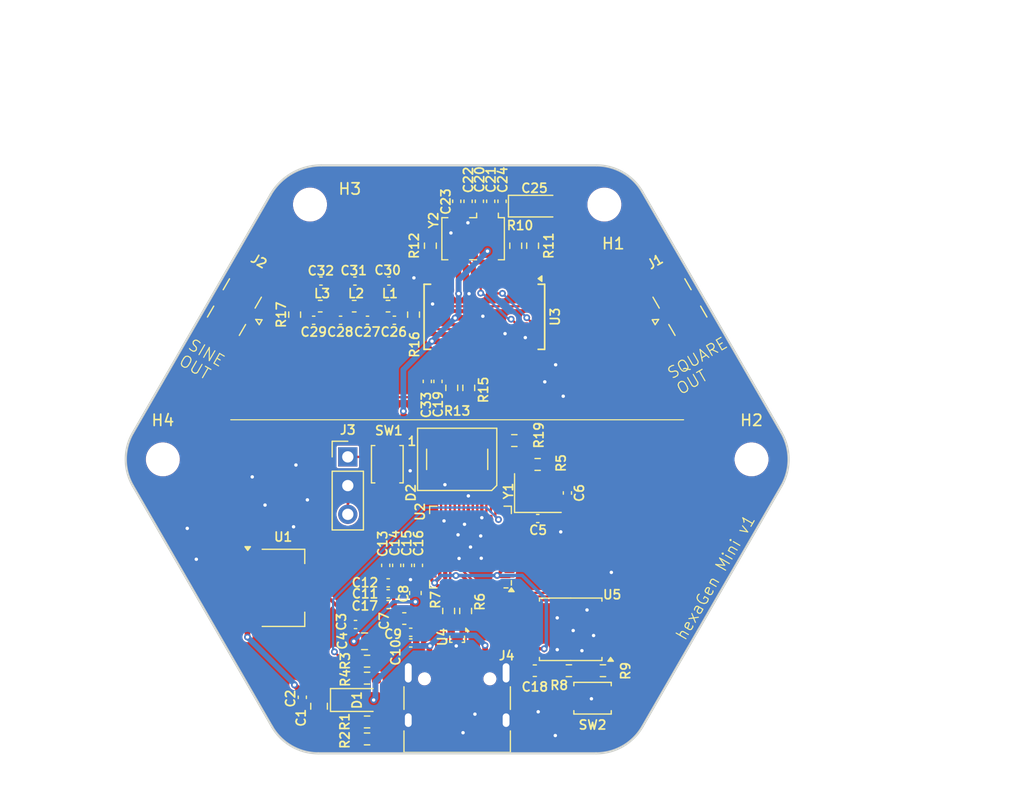
<source format=kicad_pcb>
(kicad_pcb (version 20241229) (generator "pcbnew") (generator_version "9.0")
  (layers (0 "F.Cu" signal) (2 "B.Cu" signal) (13 "F.Paste" user) (15 "B.Paste" user) (5 "F.SilkS" user "F.Silkscreen") (7 "B.SilkS" user "B.Silkscreen") (1 "F.Mask" user) (3 "B.Mask" user) (25 "Edge.Cuts" user))
  (net 0 "")
  (net 1 "+5V")
  (net 2 "GND")
  (net 3 "+3.3V")
  (net 4 "Net-(U2-XIN)")
  (net 5 "Net-(C6-Pad2)")
  (net 6 "+1V1")
  (net 7 "Net-(U3-VINN)")
  (net 8 "Net-(J2-In)")
  (net 9 "/DDS/DDS_IOUT")
  (net 10 "VBUS")
  (net 11 "/CONNECTOR/USB_DN")
  (net 12 "/CONNECTOR/USB_DP")
  (net 13 "Net-(U3-IOUTB)")
  (net 14 "/MCU/SWD")
  (net 15 "/MCU/SWCLK")
  (net 16 "/CONNECTOR/USB_VBUS_PIN")
  (net 17 "Net-(U2-XOUT)")
  (net 18 "Net-(U2-USB_DP)")
  (net 19 "Net-(U2-USB_DM)")
  (net 20 "/MCU/QSPI_SS")
  (net 21 "Net-(R9-Pad1)")
  (net 22 "/DDS/DDS_VINP")
  (net 23 "Net-(C27-Pad2)")
  (net 24 "Net-(U3-RSET)")
  (net 25 "/MCU/RGB_LED")
  (net 26 "Net-(U2-RUN)")
  (net 29 "/DDS/DDS_D7")
  (net 40 "/MCU/QSPI_SD3")
  (net 43 "/MCU/QSPI_SD1")
  (net 44 "/MCU/QSPI_SCLK")
  (net 46 "/MCU/QSPI_SD2")
  (net 48 "/DDS/DDS_FQ_UD")
  (net 52 "/DDS/DDS_W_CLK")
  (net 56 "/MCU/QSPI_SD0")
  (net 59 "/DDS/DDS_RESET")
  (net 61 "Net-(C28-Pad2)")
  (net 64 "/DDS/DDS_CLKIN")
  (net 71 "Net-(J4-CC1)")
  (net 72 "Net-(J4-CC2)")
  (net 74 "Net-(J1-In)")
  (net 75 "Net-(U3-D0)")
  (net 76 "Net-(U3-D1)")
  (net 78 "Net-(D2-DIN)")
  (footprint "Resistor_SMD:R_0603_1608Metric" (layer "F.Cu") (at 159.22 97.4 90)
    (property "Reference" "R7")
    (property "Value" "27")
  )
  (footprint "Capacitor_SMD:C_0603_1608Metric" (layer "F.Cu") (at 155.3 98.07)
    (property "Reference" "C7")
    (property "Value" "1uF")
  )
  (footprint "Capacitor_SMD:C_0402_1005Metric" (layer "F.Cu") (at 159.935 61.19 -90)
    (property "Reference" "C23")
    (property "Value" "0.1uF")
  )
  (footprint "Resistor_SMD:R_0603_1608Metric" (layer "F.Cu") (at 160.995 77.68 90)
    (property "Reference" "R15")
    (property "Value" "100")
  )
  (footprint "Capacitor_SMD:C_0402_1005Metric" (layer "F.Cu") (at 154.63 93.37 90)
    (property "Reference" "C14")
    (property "Value" "100nF")
  )
  (footprint "Resistor_SMD:R_0603_1608Metric" (layer "F.Cu") (at 172.85 102.68 180)
    (property "Reference" "R9")
    (property "Value" "1k")
  )
  (footprint "Button_Switch_SMD:SW_SPST_B3U-1000P" (layer "F.Cu") (at 171.93 105.11)
    (property "Reference" "SW2")
    (property "Value" "SW_Push")
  )
  (footprint "Capacitor_SMD:C_0402_1005Metric" (layer "F.Cu") (at 152.050833 71.705 180)
    (property "Reference" "C27")
    (property "Value" "33pF")
  )
  (footprint "Connector_PinHeader_2.54mm:PinHeader_1x03_P2.54mm_Vertical" (layer "F.Cu") (at 150.31 83.78)
    (property "Reference" "J3")
    (property "Value" "Conn_01x03_Pin")
  )
  (footprint "Capacitor_SMD:C_0805_2012Metric" (layer "F.Cu") (at 147.7725 105.82 -90)
    (property "Reference" "C1")
    (property "Value" "10uF")
  )
  (footprint "Capacitor_Tantalum_SMD:CP_EIA-3216-18_Kemet-A" (layer "F.Cu") (at 166.82 61.62)
    (property "Reference" "C25")
    (property "Value" "10uF Tantalum")
  )
  (footprint "Resistor_SMD:R_0603_1608Metric" (layer "F.Cu") (at 165.145 65.12 -90)
    (property "Reference" "R10")
    (property "Value" "1k")
  )
  (footprint "Resistor_SMD:R_0603_1608Metric" (layer "F.Cu") (at 145.6175 71.21 -90)
    (property "Reference" "R17")
    (property "Value" "200")
  )
  (footprint "MountingHole:MountingHole_2.5mm" (layer "F.Cu") (at 133.97254 84)
    (property "Reference" "H4")
    (property "Value" "MountingHole")
  )
  (footprint "Resistor_SMD:R_0603_1608Metric" (layer "F.Cu") (at 167.08 84.45 180)
    (property "Reference" "R5")
    (property "Value" "1k")
  )
  (footprint "Capacitor_SMD:C_0402_1005Metric" (layer "F.Cu") (at 167.09 89.23 180)
    (property "Reference" "C5")
    (property "Value" "27p")
  )
  (footprint "Button_Switch_SMD:SW_SPST_B3U-1000P" (layer "F.Cu") (at 153.8 84.43 -90)
    (property "Reference" "SW1")
    (property "Value" "SW_Push")
  )
  (footprint "Capacitor_SMD:C_0402_1005Metric" (layer "F.Cu") (at 163.935 61.19 -90)
    (property "Reference" "C24")
    (property "Value" "0.1uF")
  )
  (footprint "Resistor_SMD:R_0603_1608Metric" (layer "F.Cu") (at 166.635 65.12 -90)
    (property "Reference" "R11")
    (property "Value" "10k")
  )
  (footprint "MountingHole:MountingHole_2.5mm" (layer "F.Cu") (at 172.97254 61.48)
    (property "Reference" "H1")
    (property "Value" "MountingHole")
  )
  (footprint "LED_SMD:LED_WS2812B_PLCC4_5.0x5.0mm_P3.2mm" (layer "F.Cu") (at 159.97254 84)
    (property "Reference" "D2")
    (property "Value" "WS2812B")
  )
  (footprint "Connector_Coaxial:SMA_Samtec_SMA-J-P-H-ST-EM1_EdgeMount" (layer "F.Cu") (at 140.22254 70.5 150)
    (property "Reference" "J2")
    (property "Value" "Conn_Coaxial")
  )
  (footprint "MountingHole:MountingHole_2.5mm" (layer "F.Cu") (at 185.97254 84)
    (property "Reference" "H2")
    (property "Value" "MountingHole")
  )
  (footprint "Capacitor_SMD:C_0402_1005Metric" (layer "F.Cu") (at 162.935 61.19 -90)
    (property "Reference" "C21")
    (property "Value" "0.1uF")
  )
  (footprint "Resistor_SMD:R_0603_1608Metric" (layer "F.Cu") (at 169.84 102.68 180)
    (property "Reference" "R8")
    (property "Value" "10k")
  )
  (footprint "Capacitor_SMD:C_0805_2012Metric" (layer "F.Cu") (at 151.7925 100.08)
    (property "Reference" "C4")
    (property "Value" "10uF")
  )
  (footprint "Capacitor_SMD:C_0402_1005Metric" (layer "F.Cu") (at 153.94 68.24 180)
    (property "Reference" "C30")
    (property "Value" "1pF")
  )
  (footprint "Resistor_SMD:R_0603_1608Metric" (layer "F.Cu") (at 165.02 82.34 180)
    (property "Reference" "R19")
    (property "Value" "330")
  )
  (footprint "Capacitor_SMD:C_0402_1005Metric" (layer "F.Cu") (at 156.55 93.37 90)
    (property "Reference" "C16")
    (property "Value" "100nF")
  )
  (footprint "Package_SO:SOIC-8_5.3x5.3mm_P1.27mm" (layer "F.Cu") (at 170 99.02 180)
    (property "Reference" "U5")
    (property "Value" "W25Q128JVS")
  )
  (footprint "Resistor_SMD:R_0603_1608Metric" (layer "F.Cu") (at 152.0125 108.71)
    (property "Reference" "R2")
    (property "Value" "5.1k")
  )
  (footprint "Inductor_SMD:L_0603_1608Metric" (layer "F.Cu") (at 147.8775 70.46 180)
    (property "Reference" "L3")
    (property "Value" "390nH")
  )
  (footprint "Capacitor_SMD:C_0603_1608Metric" (layer "F.Cu") (at 156.28 95.815 90)
    (property "Reference" "C8")
    (property "Value" "1uF")
  )
  (footprint "Resistor_SMD:R_0603_1608Metric" (layer "F.Cu") (at 152.0125 107.21)
    (property "Reference" "R1")
    (property "Value" "5.1k")
  )
  (footprint "Capacitor_SMD:C_0402_1005Metric" (layer "F.Cu") (at 153.88 94.91 180)
    (property "Reference" "C12")
    (property "Value" "100nF")
  )
  (footprint "Capacitor_SMD:C_0402_1005Metric" (layer "F.Cu") (at 155.59 93.37 90)
    (property "Reference" "C15")
    (property "Value" "100nF")
  )
  (footprint "Capacitor_SMD:C_0402_1005Metric" (layer "F.Cu") (at 146.2925 105.03 -90)
    (property "Reference" "C2")
    (property "Value" "100nF")
  )
  (footprint "Capacitor_SMD:C_0402_1005Metric" (layer "F.Cu") (at 150.9925 98.6)
    (property "Reference" "C3")
    (property "Value" "100nF")
  )
  (footprint "Capacitor_SMD:C_0603_1608Metric" (layer "F.Cu") (at 166.83 102.68 180)
    (property "Reference" "C18")
    (property "Value" "1uF")
  )
  (footprint "Resistor_SMD:R_0603_1608Metric" (layer "F.Cu") (at 156.1175 71.21 -90)
    (property "Reference" "R16")
    (property "Value" "200")
  )
  (footprint "Capacitor_SMD:C_0402_1005Metric" (layer "F.Cu") (at 147.2975 71.705 180)
    (property "Reference" "C29")
    (property "Value" "22pF")
  )
  (footprint "Crystal:Crystal_SMD_3225-4Pin_3.2x2.5mm" (layer "F.Cu") (at 167.1 86.98)
    (property "Reference" "Y1")
    (property "Value" "12MHz 18pF")
  )
  (footprint "Capacitor_SMD:C_0402_1005Metric" (layer "F.Cu") (at 158.275 77.11 -90)
    (property "Reference" "C19")
    (property "Value" "470pF")
  )
  (footprint "Inductor_SMD:L_0603_1608Metric" (layer "F.Cu") (at 153.865 70.46 180)
    (property "Reference" "L1")
    (property "Value" "470nH")
  )
  (footprint "Oscillator:Oscillator_SMD_EuroQuartz_XO53-4Pin_5.0x3.2mm" (layer "F.Cu") (at 161.38 64.5 180)
    (property "Reference" "Y2")
    (property "Value" "XO53")
  )
  (footprint "Connector_Coaxial:SMA_Samtec_SMA-J-P-H-ST-EM1_EdgeMount" (layer "F.Cu") (at 179.72254 70.5 30)
    (property "Reference" "J1")
    (property "Value" "Conn_Coaxial")
  )
  (footprint "Resistor_SMD:R_0603_1608Metric" (layer "F.Cu") (at 152.0125 103.34)
    (property "Reference" "R3")
    (property "Value" "5.6k")
  )
  (footprint "Resistor_SMD:R_0603_1608Metric" (layer "F.Cu") (at 152.0125 101.84 180)
    (property "Reference" "R4")
    (property "Value" "10k")
  )
  (footprint "Capacitor_SMD:C_0402_1005Metric" (layer "F.Cu") (at 160.935 61.19 -90)
    (property "Reference" "C22")
    (property "Value" "0.1uF")
  )
  (footprint "Capacitor_SMD:C_0402_1005Metric" (layer "F.Cu") (at 155.87 100.23 180)
    (property "Reference" "C10")
    (property "Value" "100nF")
  )
  (footprint "Capacitor_SMD:C_0402_1005Metric" (layer "F.Cu") (at 169.71 86.97 90)
    (property "Reference" "C6")
    (property "Value" "27p")
  )
  (footprint "Capacitor_SMD:C_0402_1005Metric" (layer "F.Cu") (at 155.87 99.28 180)
    (property "Reference" "C9")
    (property "Value" "100nF")
  )
  (footprint "Package_TO_SOT_SMD:SOT-223-3_TabPin2" (layer "F.Cu") (at 144.6 95.3575)
    (property "Reference" "U1")
    (property "Value" "AMS1117-3.3")
  )
  (footprint "Resistor_SMD:R_0603_1608Metric" (layer "F.Cu") (at 160.72 97.4 90)
    (property "Reference" "R6")
    (property "Value" "27")
  )
  (footprint "Connector_USB:USB_C_Receptacle_HRO_TYPE-C-31-M-12" (layer "F.Cu") (at 159.97254 106)
    (property "Reference" "J4")
    (property "Value" "USB_C_Receptacle_USB2.0_16P")
  )
  (footprint "Capacitor_SMD:C_0402_1005Metric" (layer "F.Cu") (at 154.4275 71.705 180)
    (property "Reference" "C26")
    (property "Value" "22pF")
  )
  (footprint "Diode_SMD:D_SMF" (layer "F.Cu") (at 151.1425 105.27)
    (property "Reference" "D1")
    (property "Value" "SMF5V0A")
  )
  (footprint "Package_DFN_QFN:QFN-56-1EP_7x7mm_P0.4mm_EP3.2x3.2mm" (layer "F.Cu") (at 161.15 91.75 180)
    (property "Reference" "U2")
    (property "Value" "RP2040")
  )
  (footprint "Capacitor_SMD:C_0402_1005Metric" (layer "F.Cu") (at 147.94 68.24 180)
    (property "Reference" "C32")
    (property "Value" "4.7pF")
  )
  (footprint "Resistor_SMD:R_0603_1608Metric" (layer "F.Cu") (at 159.495 77.68 90)
    (property "Reference" "R13")
    (property "Value" "100")
  )
  (footprint "Package_SO:SSOP-28_5.3x10.2mm_P0.65mm" (layer "F.Cu") (at 162.375 71.4 -90)
    (property "Reference" "U3")
    (property "Value" "AD9850")
  )
  (footprint "Capacitor_SMD:C_0402_1005Metric" (layer "F.Cu") (at 153.66 93.37 90)
    (property "Reference" "C13")
    (property "Value" "100nF")
  )
  (footprint "Resistor_SMD:R_0603_1608Metric" (layer "F.Cu") (at 157.605 65.12 90)
    (property "Reference" "R12")
    (property "Value" "3.9k")
  )
  (footprint "MountingHole:MountingHole_2.5mm" (layer "F.Cu") (at 146.97254 61.48)
    (property "Reference" "H3")
    (property "Value" "MountingHole")
  )
  (footprint "Capacitor_SMD:C_0402_1005Metric" (layer "F.Cu") (at 149.674167 71.705 180)
    (property "Reference" "C28")
    (property "Value" "22pF")
  )
  (footprint "Inductor_SMD:L_0603_1608Metric" (layer "F.Cu") (at 150.8775 70.46 180)
    (property "Reference" "L2")
    (property "Value" "390nH")
  )
  (footprint "Capacitor_SMD:C_0402_1005Metric" (layer "F.Cu") (at 153.88 96.835 180)
    (property "Reference" "C17")
    (property "Value" "100nF")
  )
  (footprint "Capacitor_SMD:C_0402_1005Metric" (layer "F.Cu") (at 157.335 77.11 -90)
    (property "Reference" "C33")
    (property "Value" "470pF")
  )
  (footprint "Package_TO_SOT_SMD:Texas_DRT-3" (layer "F.Cu") (at 159.97 99.625 180)
    (property "Reference" "U4")
    (property "Value" "TPD2EUSB30")
  )
  (footprint "Capacitor_SMD:C_0402_1005Metric" (layer "F.Cu") (at 150.94 68.24 180)
    (property "Reference" "C31")
    (property "Value" "5.6pF")
  )
  (footprint "Capacitor_SMD:C_0402_1005Metric" (layer "F.Cu") (at 161.935 61.19 -90)
    (property "Reference" "C20")
    (property "Value" "0.1uF")
  )
  (footprint "Capacitor_SMD:C_0402_1005Metric" (layer "F.Cu") (at 153.88 95.88 180)
    (property "Reference" "C11")
    (property "Value" "100nF")
  )
  (gr_line (start 139.97254 80.5) (end 179.97254 80.5) (stroke (width 0.1)) (layer "F.SilkS"))
  (gr_arc (start 176.347387 107.606374) (mid 174.617577 109.34432) (end 172.24954 109.9808) (stroke (width 0.2)) (layer "Edge.Cuts"))
  (gr_line (start 131.326538 86.338267) (end 143.619402 107.630116) (stroke (width 0.2)) (layer "Edge.Cuts"))
  (gr_arc (start 188.611541 81.635751) (mid 189.245034 84.000001) (end 188.61154 86.364251) (stroke (width 0.2)) (layer "Edge.Cuts"))
  (gr_arc (start 147.70654 109.9808) (mid 145.349081 109.351222) (end 143.619402 107.630116) (stroke (width 0.2)) (layer "Edge.Cuts"))
  (gr_arc (start 143.476541 60.617326) (mid 145.378472 58.715415) (end 147.97654 58.01925) (stroke (width 0.2)) (layer "Edge.Cuts"))
  (gr_line (start 188.611541 81.635751) (end 176.326554 60.357524) (stroke (width 0.2)) (layer "Edge.Cuts"))
  (gr_line (start 143.476529 60.617319) (end 131.326539 81.661733) (stroke (width 0.2)) (layer "Edge.Cuts"))
  (gr_arc (start 131.326538 86.338267) (mid 130.699997 84) (end 131.326539 81.661733) (stroke (width 0.2)) (layer "Edge.Cuts"))
  (gr_line (start 176.347387 107.606374) (end 188.61154 86.364251) (stroke (width 0.2)) (layer "Edge.Cuts"))
  (gr_arc (start 172.27654 58.01926) (mid 174.614809 58.645805) (end 176.326543 60.357531) (stroke (width 0.2)) (layer "Edge.Cuts"))
  (gr_line (start 172.27654 58.0192) (end 147.97654 58.0192) (stroke (width 0.2)) (layer "Edge.Cuts"))
  (gr_line (start 147.70654 109.9808) (end 172.24954 109.9808) (stroke (width 0.2)) (layer "Edge.Cuts"))
  (gr_text "SINE\nOUT" (at 135.21 75.62 330) (layer "F.SilkS") (effects (font (size 1 1) (thickness 0.1)) (justify left bottom)))
  (gr_text "SQUARE\nOUT" (at 179.72 78.43 30) (layer "F.SilkS") (effects (font (size 1 1) (thickness 0.1)) (justify left bottom)))
  (gr_text "hexaGen Mini v1" (at 180.14 100.18 60) (layer "F.SilkS") (effects (font (size 1 1) (thickness 0.1)) (justify left bottom)))
  (segment (start 163.955 64.295) (end 162.65 65.6) (width 0.5) (layer "F.Cu") (net 1))
  (segment (start 163.35 67.8) (end 163.35 66.3) (width 0.5) (layer "F.Cu") (net 1))
  (segment (start 159.745 73.57) (end 160.1 73.925) (width 0.5) (layer "F.Cu") (net 1))
  (segment (start 166.635 64.295) (end 163.955 64.295) (width 0.5) (layer "F.Cu") (net 1))
  (segment (start 157.76 73.57) (end 159.745 73.57) (width 0.5) (layer "F.Cu") (net 1))
  (segment (start 146.21 104.55) (end 145.6 103.94) (width 0.5) (layer "F.Cu") (net 1))
  (segment (start 141.45 97.6575) (end 141.45 99.7075) (width 0.5) (layer "F.Cu") (net 1))
  (segment (start 141.45 97.6575) (end 138.93 95.1375) (width 0.5) (layer "F.Cu") (net 1))
  (segment (start 160.1 73.925) (end 160.1 75) (width 0.5) (layer "F.Cu") (net 1))
  (segment (start 160.915 71.49) (end 163.35 73.925) (width 0.5) (layer "F.Cu") (net 1))
  (segment (start 149.6925 105.27) (end 148.1725 105.27) (width 0.5) (layer "F.Cu") (net 1))
  (segment (start 147.7725 104.87) (end 146.6125 104.87) (width 0.5) (layer "F.Cu") (net 1))
  (segment (start 146.6125 104.87) (end 146.2925 104.55) (width 0.5) (layer "F.Cu") (net 1))
  (segment (start 163.35 73.925) (end 163.35 75) (width 0.5) (layer "F.Cu") (net 1))
  (segment (start 148.1725 105.27) (end 147.7725 104.87) (width 0.5) (layer "F.Cu") (net 1))
  (segment (start 159.79 71.51) (end 159.81 71.49) (width 0.5) (layer "F.Cu") (net 1))
  (segment (start 165.4675 61.62) (end 163.985 61.62) (width 0.5) (layer "F.Cu") (net 1))
  (segment (start 156.38254 81.21) (end 157.52254 82.35) (width 0.5) (layer "F.Cu") (net 1))
  (segment (start 160.1 67.8) (end 160.1 69.35) (width 0.5) (layer "F.Cu") (net 1))
  (segment (start 163.935 61.67) (end 159.935 61.67) (width 0.5) (layer "F.Cu") (net 1))
  (segment (start 138.93 95.1375) (end 138.93 83.66) (width 0.5) (layer "F.Cu") (net 1))
  (segment (start 159.81 71.49) (end 160.915 71.49) (width 0.5) (layer "F.Cu") (net 1))
  (segment (start 165.145 61.9425) (end 165.4675 61.62) (width 0.5) (layer "F.Cu") (net 1))
  (segment (start 163.985 61.62) (end 163.935 61.67) (width 0.5) (layer "F.Cu") (net 1))
  (segment (start 165.145 64.295) (end 165.145 61.9425) (width 0.5) (layer "F.Cu") (net 1))
  (segment (start 157.745 73.555) (end 157.76 73.57) (width 0.5) (layer "F.Cu") (net 1))
  (segment (start 138.93 83.66) (end 141.38 81.21) (width 0.5) (layer "F.Cu") (net 1))
  (segment (start 155.22 79.74) (end 155.22 80.04746) (width 0.5) (layer "F.Cu") (net 1))
  (segment (start 163.35 66.3) (end 162.65 65.6) (width 0.5) (layer "F.Cu") (net 1))
  (segment (start 155.22 80.04746) (end 157.52254 82.35) (width 0.5) (layer "F.Cu") (net 1))
  (segment (start 141.38 81.21) (end 156.38254 81.21) (width 0.5) (layer "F.Cu") (net 1))
  (segment (start 146.2925 104.55) (end 146.21 104.55) (width 0.5) (layer "F.Cu") (net 1))
  (via (at 157.745 73.555) (size 0.6) (drill 0.3) (layers "F.Cu" "B.Cu") (net 1))
  (via (at 162.65 65.6) (size 0.6) (drill 0.3) (layers "F.Cu" "B.Cu") (net 1))
  (via (at 160.1 69.35) (size 0.6) (drill 0.3) (layers "F.Cu" "B.Cu") (net 1))
  (via (at 159.79 71.51) (size 0.6) (drill 0.3) (layers "F.Cu" "B.Cu") (net 1))
  (via (at 155.22 79.74) (size 0.6) (drill 0.3) (layers "F.Cu" "B.Cu") (net 1))
  (via (at 145.6 103.94) (size 0.6) (drill 0.3) (layers "F.Cu" "B.Cu") (net 1))
  (via (at 141.45 99.7075) (size 0.6) (drill 0.3) (layers "F.Cu" "B.Cu") (net 1))
  (segment (start 160.1 71.2) (end 159.79 71.51) (width 0.5) (layer "B.Cu") (net 1))
  (segment (start 155.22 76.08) (end 155.22 79.74) (width 0.5) (layer "B.Cu") (net 1))
  (segment (start 145.6 103.8575) (end 141.45 99.7075) (width 0.5) (layer "B.Cu") (net 1))
  (segment (start 145.6 103.94) (end 145.6 103.8575) (width 0.5) (layer "B.Cu") (net 1))
  (segment (start 160.1 69.35) (end 160.1 68.15) (width 0.5) (layer "B.Cu") (net 1))
  (segment (start 157.745 73.555) (end 155.22 76.08) (width 0.5) (layer "B.Cu") (net 1))
  (segment (start 159.79 71.51) (end 157.745 73.555) (width 0.5) (layer "B.Cu") (net 1))
  (segment (start 160.1 69.35) (end 160.1 71.2) (width 0.5) (layer "B.Cu") (net 1))
  (segment (start 160.1 68.15) (end 162.65 65.6) (width 0.5) (layer "B.Cu") (net 1))
  (segment (start 161.15 91.79) (end 162.1 92.74) (width 0.2) (layer "F.Cu") (net 2))
  (segment (start 161.13 91.75) (end 160.05 90.67) (width 0.2) (layer "F.Cu") (net 2))
  (segment (start 161.15 91.75) (end 161.13 91.75) (width 0.2) (layer "F.Cu") (net 2))
  (segment (start 162.15 88.3125) (end 162.15 89.16) (width 0.2) (layer "F.Cu") (net 2))
  (segment (start 159.97 100.05) (end 159.97 100.41) (width 0.2) (layer "F.Cu") (net 2))
  (segment (start 161.15 91.75) (end 160.14 92.76) (width 0.2) (layer "F.Cu") (net 2))
  (segment (start 161.15 91.75) (end 161.15 91.79) (width 0.2) (layer "F.Cu") (net 2))
  (segment (start 159.97 100.41) (end 159.89 100.49) (width 0.2) (layer "F.Cu") (net 2))
  (via (at 160.05 90.67) (size 0.6) (drill 0.3) (layers "F.Cu" "B.Cu") (net 2))
  (via (at 160.92 63.09) (size 0.6) (drill 0.3) (layers "F.Cu" "B.Cu") (net 2))
  (via (at 167.71 77.15) (size 0.6) (drill 0.3) (layers "F.Cu" "B.Cu") (net 2))
  (via (at 160.96 87.23) (size 0.6) (drill 0.3) (layers "F.Cu" "B.Cu") (net 2))
  (via (at 155.82 85.01) (size 0.6) (drill 0.3) (layers "F.Cu" "B.Cu") (net 2))
  (via (at 170.22 99.13) (size 0.6) (drill 0.3) (layers "F.Cu" "B.Cu") (net 2))
  (via (at 145.73 84.5) (size 0.6) (drill 0.3) (layers "F.Cu" "B.Cu") (net 2))
  (via (at 165.99 73.24) (size 0.6) (drill 0.3) (layers "F.Cu" "B.Cu") (net 2))
  (via (at 155.85 94.63) (size 0.6) (drill 0.3) (layers "F.Cu" "B.Cu") (net 2))
  (via (at 160.62 89.74) (size 0.6) (drill 0.3) (layers "F.Cu" "B.Cu") (net 2))
  (via (at 136.13 90.1) (size 0.6) (drill 0.3) (layers "F.Cu" "B.Cu") (net 2))
  (via (at 157.8 70.27) (size 0.6) (drill 0.3) (layers "F.Cu" "B.Cu") (net 2))
  (via (at 168.81 100.82) (size 0.6) (drill 0.3) (layers "F.Cu" "B.Cu") (net 2))
  (via (at 169.12 90.41) (size 0.6) (drill 0.3) (layers "F.Cu" "B.Cu") (net 2))
  (via (at 162.1 92.74) (size 0.6) (drill 0.3) (layers "F.Cu" "B.Cu") (net 2))
  (via (at 168.64 108.41) (size 0.6) (drill 0.3) (layers "F.Cu" "B.Cu") (net 2))
  (via (at 158.81 89.44) (size 0.6) (drill 0.3) (layers "F.Cu" "B.Cu") (net 2))
  (via (at 158.89 86.24) (size 0.6) (drill 0.3) (layers "F.Cu" "B.Cu") (net 2))
  (via (at 159.89 100.49) (size 0.6) (drill 0.3) (layers "F.Cu" "B.Cu") (net 2))
  (via (at 160.49 108.16) (size 0.6) (drill 0.3) (layers "F.Cu" "B.Cu") (net 2))
  (via (at 146.74 87.58) (size 0.6) (drill 0.3) (layers "F.Cu" "B.Cu") (net 2))
  (via (at 168.81 98.01) (size 0.6) (drill 0.3) (layers "F.Cu" "B.Cu") (net 2))
  (via (at 161.02 69.36) (size 0.6) (drill 0.3) (layers "F.Cu" "B.Cu") (net 2))
  (via (at 160.14 92.76) (size 0.6) (drill 0.3) (layers "F.Cu" "B.Cu") (net 2))
  (via (at 136.93 92.83) (size 0.6) (drill 0.3) (layers "F.Cu" "B.Cu") (net 2))
  (via (at 171.83 105.16) (size 0.6) (drill 0.3) (layers "F.Cu" "B.Cu") (net 2))
  (via (at 167.13 106.31) (size 0.6) (drill 0.3) (layers "F.Cu" "B.Cu") (net 2))
  (via (at 172.02 99.57) (size 0.6) (drill 0.3) (layers "F.Cu" "B.Cu") (net 2))
  (via (at 171.44 97.31) (size 0.6) (drill 0.3) (layers "F.Cu" "B.Cu") (net 2))
  (via (at 169.34 78.42) (size 0.6) (drill 0.3) (layers "F.Cu" "B.Cu") (net 2))
  (via (at 173.59 93.99) (size 0.6) (drill 0.3) (layers "F.Cu" "B.Cu") (net 2))
  (via (at 162.15 89.16) (size 0.6) (drill 0.3) (layers "F.Cu" "B.Cu") (net 2))
  (via (at 159.42 63.99) (size 0.6) (drill 0.3) (layers "F.Cu" "B.Cu") (net 2))
  (via (at 161.54 106.52) (size 0.6) (drill 0.3) (layers "F.Cu" "B.Cu") (net 2))
  (via (at 145.52 89.96) (size 0.6) (drill 0.3) (layers "F.Cu" "B.Cu") (net 2))
  (via (at 141.87 85.55) (size 0.6) (drill 0.3) (layers "F.Cu" "B.Cu") (net 2))
  (via (at 143 88.04) (size 0.6) (drill 0.3) (layers "F.Cu" "B.Cu") (net 2))
  (via (at 170.99 100.91) (size 0.6) (drill 0.3) (layers "F.Cu" "B.Cu") (net 2))
  (via (at 156.15 67.96) (size 0.6) (drill 0.3) (layers "F.Cu" "B.Cu") (net 2))
  (via (at 164.2 72.89) (size 0.6) (drill 0.3) (layers "F.Cu" "B.Cu") (net 2))
  (via (at 162.24 71.35) (size 0.6) (drill 0.3) (layers "F.Cu" "B.Cu") (net 2))
  (via (at 168.67 75.64) (size 0.6) (drill 0.3) (layers "F.Cu" "B.Cu") (net 2))
  (via (at 161.15 91.75) (size 0.6) (drill 0.3) (layers "F.Cu" "B.Cu") (net 2))
  (via (at 162.05 90.77) (size 0.6) (drill 0.3) (layers "F.Cu" "B.Cu") (net 2))
  (segment (start 160.05 90.67) (end 160.07 90.67) (width 0.2) (layer "B.Cu") (net 2))
  (segment (start 160.07 90.67) (end 161.15 91.75) (width 0.2) (layer "B.Cu") (net 2))
  (segment (start 163.81 90.91) (end 163.97 90.75) (width 0.3) (layer "F.Cu") (net 3))
  (segment (start 141.45 95.3575) (end 147.75 95.3575) (width 0.3) (layer "F.Cu") (net 3))
  (segment (start 163.5 94.26) (end 163.81 93.95) (width 0.3) (layer "F.Cu") (net 3))
  (segment (start 150.52 98.6075) (end 150.5125 98.6) (width 0.3) (layer "F.Cu") (net 3))
  (segment (start 153.66 93.85) (end 154.36 93.85) (width 0.3) (layer "F.Cu") (net 3))
  (segment (start 167.605 102.68) (end 169.015 102.68) (width 0.3) (layer "F.Cu") (net 3))
  (segment (start 158.43 90.83) (end 158.35 90.75) (width 0.3) (layer "F.Cu") (net 3))
  (segment (start 154.36 96.835) (end 154.36 95.88) (width 0.3) (layer "F.Cu") (net 3))
  (segment (start 160.39 94.27) (end 160.74 94.62) (width 0.3) (layer "F.Cu") (net 3))
  (segment (start 158.55 95.1875) (end 158.52 95.1575) (width 0.3) (layer "F.Cu") (net 3))
  (segment (start 147.75 95.3575) (end 147.75 95.81) (width 0.3) (layer "F.Cu") (net 3))
  (segment (start 163.59 94.35) (end 164.5875 94.35) (width 0.3) (layer "F.Cu") (net 3))
  (segment (start 163.5 94.26) (end 163.59 94.35) (width 0.3) (layer "F.Cu") (net 3))
  (segment (start 166.5975 100.74) (end 166.4125 100.925) (width 0.3) (layer "F.Cu") (net 3))
  (segment (start 158.2475 95.1875) (end 157.98 94.92) (width 0.3) (layer "F.Cu") (net 3))
  (segment (start 157.7125 94.35) (end 157.7125 94.6525) (width 0.3) (layer "F.Cu") (net 3))
  (segment (start 163.81 90.91) (end 163.81 91.09) (width 0.3) (layer "F.Cu") (net 3))
  (segment (start 167.49 100.74) (end 166.5975 100.74) (width 0.3) (layer "F.Cu") (net 3))
  (segment (start 166.4125 100.925) (end 167.605 102.1175) (width 0.3) (layer "F.Cu") (net 3))
  (segment (start 155.59 93.85) (end 156.55 93.85) (width 0.3) (layer "F.Cu") (net 3))
  (segment (start 157.05 94.35) (end 156.55 93.85) (width 0.3) (layer "F.Cu") (net 3))
  (segment (start 158.43 93.91) (end 158.43 94.47) (width 0.3) (layer "F.Cu") (net 3))
  (segment (start 158.55 95.1875) (end 158.2475 95.1875) (width 0.3) (layer "F.Cu") (net 3))
  (segment (start 160.74 95.1875) (end 160.95 95.1875) (width 0.3) (layer "F.Cu") (net 3))
  (segment (start 154.36 95.88) (end 154.36 94.91) (width 0.3) (layer "F.Cu") (net 3))
  (segment (start 150.5125 98.12) (end 147.75 95.3575) (width 0.3) (layer "F.Cu") (net 3))
  (segment (start 160.95 88.93) (end 161.78 89.76) (width 0.3) (layer "F.Cu") (net 3))
  (segment (start 162.92 89.76) (end 163.94 90.78) (width 0.3) (layer "F.Cu") (net 3))
  (segment (start 153.66 93.85) (end 154.63 93.85) (width 0.3) (layer "F.Cu") (net 3))
  (segment (start 150.52 99.7575) (end 150.52 98.6075) (width 0.3) (layer "F.Cu") (net 3))
  (segment (start 154.605 96.59) (end 156.28 96.59) (width 0.3) (layer "F.Cu") (net 3))
  (segment (start 158.35 90.75) (end 157.7125 90.75) (width 0.3) (layer "F.Cu") (net 3))
  (segment (start 160.95 88.3125) (end 160.95 88.75) (width 0.3) (layer "F.Cu") (net 3))
  (segment (start 160.95 88.3125) (end 160.95 88.93) (width 0.3) (layer "F.Cu") (net 3))
  (segment (start 154.36 96.835) (end 154.605 96.59) (width 0.3) (layer "F.Cu") (net 3))
  (segment (start 150.8425 100.08) (end 150.52 99.7575) (width 0.3) (layer "F.Cu") (net 3))
  (segment (start 167.66 100.74) (end 167.66 100.91) (width 0.3) (layer "F.Cu") (net 3))
  (segment (start 160.55 95.1875) (end 160.74 95.1875) (width 0.3) (layer "F.Cu") (net 3))
  (segment (start 167.605 102.1175) (end 167.605 102.68) (width 0.3) (layer "F.Cu") (net 3))
  (segment (start 159.86 94.27) (end 160.39 94.27) (width 0.3) (layer "F.Cu") (net 3))
  (segment (start 158.43 93.91) (end 158.43 90.83) (width 0.3) (layer "F.Cu") (net 3))
  (segment (start 150.5125 98.6) (end 150.5125 98.12) (width 0.3) (layer "F.Cu") (net 3))
  (segment (start 154.63 93.85) (end 155.59 93.85) (width 0.3) (layer "F.Cu") (net 3))
  (segment (start 161.78 89.76) (end 162.92 89.76) (width 0.3) (layer "F.Cu") (net 3))
  (segment (start 158.95 95.1875) (end 158.55 95.1875) (width 0.3) (layer "F.Cu") (net 3))
  (segment (start 167.66 100.91) (end 167.49 100.74) (width 0.3) (layer "F.Cu") (net 3))
  (segment (start 157.7125 94.6525) (end 157.98 94.92) (width 0.3) (layer "F.Cu") (net 3))
  (segment (start 147.75 95.81) (end 147.72 95.84) (width 0.3) (layer "F.Cu") (net 3))
  (segment (start 163.81 93.95) (end 163.81 91.09) (width 0.3) (layer "F.Cu") (net 3))
  (segment (start 163.97 90.75) (end 164.5875 90.75) (width 0.3) (layer "F.Cu") (net 3))
  (segment (start 163.94 90.78) (end 163.81 90.91) (width 0.3) (layer "F.Cu") (net 3))
  (segment (start 158.43 94.47) (end 157.98 94.92) (width 0.3) (layer "F.Cu") (net 3))
  (segment (start 154.36 93.85) (end 154.36 94.91) (width 0.3) (layer "F.Cu") (net 3))
  (segment (start 157.7125 94.35) (end 157.05 94.35) (width 0.3) (layer "F.Cu") (net 3))
  (segment (start 160.74 94.62) (end 160.74 95.1875) (width 0.3) (layer "F.Cu") (net 3))
  (via (at 157.98 94.92) (size 0.6) (drill 0.3) (layers "F.Cu" "B.Cu") (net 3))
  (via (at 167.66 100.74) (size 0.6) (drill 0.3) (layers "F.Cu" "B.Cu") (net 3))
  (via (at 159.86 94.27) (size 0.6) (drill 0.3) (layers "F.Cu" "B.Cu") (net 3))
  (via (at 156.28 96.59) (size 0.6) (drill 0.3) (layers "F.Cu" "B.Cu") (net 3))
  (via (at 163.5 94.26) (size 0.6) (drill 0.3) (layers "F.Cu" "B.Cu") (net 3))
  (via (at 150.8425 100.08) (size 0.6) (drill 0.3) (layers "F.Cu" "B.Cu") (net 3))
  (segment (start 167.85 100.55) (end 167.85 96.4) (width 0.3) (layer "B.Cu") (net 3))
  (segment (start 159.86 94.27) (end 158.54 94.27) (width 0.3) (layer "B.Cu") (net 3))
  (segment (start 154.3325 96.59) (end 156.28 96.59) (width 0.3) (layer "B.Cu") (net 3))
  (segment (start 157.98 94.83) (end 157.98 94.92) (width 0.3) (layer "B.Cu") (net 3))
  (segment (start 167.66 100.74) (end 167.85 100.55) (width 0.3) (layer "B.Cu") (net 3))
  (segment (start 150.8425 100.08) (end 154.3325 96.59) (width 0.3) (layer "B.Cu") (net 3))
  (segment (start 165.71 94.26) (end 163.5 94.26) (width 0.3) (layer "B.Cu") (net 3))
  (segment (start 158.54 94.27) (end 157.98 94.83) (width 0.3) (layer "B.Cu") (net 3))
  (segment (start 163.49 94.27) (end 163.5 94.26) (width 0.3) (layer "B.Cu") (net 3))
  (segment (start 159.86 94.27) (end 163.49 94.27) (width 0.3) (layer "B.Cu") (net 3))
  (segment (start 167.85 96.4) (end 165.71 94.26) (width 0.3) (layer "B.Cu") (net 3))
  (segment (start 161.75 87.875) (end 161.951 87.674) (width 0.2) (layer "F.Cu") (net 4))
  (segment (start 165.844 87.674) (end 166 87.83) (width 0.2) (layer "F.Cu") (net 4))
  (segment (start 161.951 87.674) (end 165.844 87.674) (width 0.2) (layer "F.Cu") (net 4))
  (segment (start 166 88.62) (end 166.61 89.23) (width 0.2) (layer "F.Cu") (net 4))
  (segment (start 161.75 88.3125) (end 161.75 87.875) (width 0.2) (layer "F.Cu") (net 4))
  (segment (start 166 87.83) (end 166 88.62) (width 0.2) (layer "F.Cu") (net 4))
  (segment (start 168.2 86.13) (end 169.35 86.13) (width 0.2) (layer "F.Cu") (net 5))
  (segment (start 168.2 84.745) (end 167.905 84.45) (width 0.2) (layer "F.Cu") (net 5))
  (segment (start 169.35 86.13) (end 169.71 86.49) (width 0.2) (layer "F.Cu") (net 5))
  (segment (start 168.2 86.13) (end 168.2 84.745) (width 0.2) (layer "F.Cu") (net 5))
  (segment (start 159.065 95.91) (end 158.6 95.91) (width 0.2) (layer "F.Cu") (net 6))
  (segment (start 156.44 98.07) (end 156.075 98.07) (width 0.2) (layer "F.Cu") (net 6))
  (segment (start 159.349 89.951) (end 160.55 88.75) (width 0.2) (layer "F.Cu") (net 6))
  (segment (start 159.35 94.07) (end 159.35 93.76) (width 0.2) (layer "F.Cu") (net 6))
  (segment (start 160.38 93.76) (end 161.35 94.73) (width 0.2) (layer "F.Cu") (net 6))
  (segment (start 156.35 100.23) (end 156.35 99.28) (width 0.2) (layer "F.Cu") (net 6))
  (segment (start 159.35 95.1875) (end 159.35 95.625) (width 0.2) (layer "F.Cu") (net 6))
  (segment (start 159.349 94.069) (end 159.349 89.951) (width 0.2) (layer "F.Cu") (net 6))
  (segment (start 156.35 99.28) (end 156.35 98.345) (width 0.2) (layer "F.Cu") (net 6))
  (segment (start 160.55 88.75) (end 160.55 88.3125) (width 0.2) (layer "F.Cu") (net 6))
  (segment (start 161.35 94.73) (end 161.35 95.1875) (width 0.2) (layer "F.Cu") (net 6))
  (segment (start 159.35 94.07) (end 159.349 94.069) (width 0.2) (layer "F.Cu") (net 6))
  (segment (start 156.35 98.345) (end 156.075 98.07) (width 0.2) (layer "F.Cu") (net 6))
  (segment (start 159.35 95.1875) (end 159.35 94.07) (width 0.2) (layer "F.Cu") (net 6))
  (segment (start 159.35 95.625) (end 159.065 95.91) (width 0.2) (layer "F.Cu") (net 6))
  (segment (start 159.35 93.76) (end 160.38 93.76) (width 0.2) (layer "F.Cu") (net 6))
  (segment (start 158.6 95.91) (end 156.44 98.07) (width 0.2) (layer "F.Cu") (net 6))
  (segment (start 157.335 76.085) (end 157.335 76.63) (width 0.2) (layer "F.Cu") (net 7))
  (segment (start 158.15 75.27) (end 157.335 76.085) (width 0.2) (layer "F.Cu") (net 7))
  (segment (start 158.15 75) (end 158.15 75.27) (width 0.2) (layer "F.Cu") (net 7))
  (segment (start 147.015 70.385) (end 147.09 70.46) (width 0.2) (layer "F.Cu") (net 8))
  (segment (start 152.445 78.505) (end 146.8175 72.8775) (width 0.2) (layer "F.Cu") (net 8))
  (segment (start 146.8175 72.8775) (end 146.8175 71.705) (width 0.2) (layer "F.Cu") (net 8))
  (segment (start 146.86 70.69) (end 146.86 71.6625) (width 0.2) (layer "F.Cu") (net 8))
  (segment (start 159.495 78.505) (end 152.445 78.505) (width 0.2) (layer "F.Cu") (net 8))
  (segment (start 147.33 68.37) (end 147.33 70.22) (width 0.2) (layer "F.Cu") (net 8))
  (segment (start 147.33 70.22) (end 147.09 70.46) (width 0.2) (layer "F.Cu") (net 8))
  (segment (start 145.5025 70.5) (end 145.6175 70.385) (width 0.2) (layer "F.Cu") (net 8))
  (segment (start 147.09 70.46) (end 146.86 70.69) (width 0.2) (layer "F.Cu") (net 8))
  (segment (start 147.46 68.24) (end 147.33 68.37) (width 0.2) (layer "F.Cu") (net 8))
  (segment (start 140.22254 70.5) (end 145.5025 70.5) (width 0.2) (layer "F.Cu") (net 8))
  (segment (start 145.6175 70.385) (end 147.015 70.385) (width 0.2) (layer "F.Cu") (net 8))
  (segment (start 146.86 71.6625) (end 146.8175 71.705) (width 0.2) (layer "F.Cu") (net 8))
  (segment (start 162.05 74.22) (end 160.33 72.5) (width 0.2) (layer "F.Cu") (net 9))
  (segment (start 156.0425 70.46) (end 156.1175 70.385) (width 0.2) (layer "F.Cu") (net 9))
  (segment (start 154.48 70.2875) (end 154.48 68.3) (width 0.2) (layer "F.Cu") (net 9))
  (segment (start 154.48 68.3) (end 154.42 68.24) (width 0.2) (layer "F.Cu") (net 9))
  (segment (start 154.6525 70.46) (end 156.0425 70.46) (width 0.2) (layer "F.Cu") (net 9))
  (segment (start 154.6525 70.6775) (end 153.9475 71.3825) (width 0.2) (layer "F.Cu") (net 9))
  (segment (start 160.33 72.5) (end 158.2325 72.5) (width 0.2) (layer "F.Cu") (net 9))
  (segment (start 154.6525 70.46) (end 154.6525 70.6775) (width 0.2) (layer "F.Cu") (net 9))
  (segment (start 162.05 75) (end 162.05 74.22) (width 0.2) (layer "F.Cu") (net 9))
  (segment (start 154.6525 70.46) (end 154.48 70.2875) (width 0.2) (layer "F.Cu") (net 9))
  (segment (start 158.2325 72.5) (end 156.1175 70.385) (width 0.2) (layer "F.Cu") (net 9))
  (segment (start 153.9475 71.3825) (end 153.9475 71.705) (width 0.2) (layer "F.Cu") (net 9))
  (segment (start 152.5925 105.27) (end 152.75 105.1125) (width 0.5) (layer "F.Cu") (net 10))
  (segment (start 157.52 100.54) (end 157.52 101.95246) (width 0.5) (layer "F.Cu") (net 10))
  (segment (start 152.75 103.4275) (end 152.8375 103.34) (width 0.5) (layer "F.Cu") (net 10))
  (segment (start 162.44 100.45) (end 162.44 101.93754) (width 0.5) (layer "F.Cu") (net 10))
  (segment (start 157.52 101.95246) (end 157.52254 101.955) (width 0.5) (layer "F.Cu") (net 10))
  (segment (start 152.75 105.1125) (end 152.75 103.4275) (width 0.5) (layer "F.Cu") (net 10))
  (segment (start 157.57 100.49) (end 157.52 100.54) (width 0.5) (layer "F.Cu") (net 10))
  (segment (start 162.44 101.93754) (end 162.42254 101.955) (width 0.5) (layer "F.Cu") (net 10))
  (via (at 157.57 100.49) (size 0.6) (drill 0.3) (layers "F.Cu" "B.Cu") (net 10))
  (via (at 162.44 100.45) (size 0.6) (drill 0.3) (layers "F.Cu" "B.Cu") (net 10))
  (via (at 152.5925 105.27) (size 0.6) (drill 0.3) (layers "F.Cu" "B.Cu") (net 10))
  (segment (start 158.47 99.56) (end 161.56 99.56) (width 0.5) (layer "B.Cu") (net 10))
  (segment (start 157.57 100.49) (end 157.57 100.46) (width 0.5) (layer "B.Cu") (net 10))
  (segment (start 157.57 100.49) (end 155.91 100.49) (width 0.5) (layer "B.Cu") (net 10))
  (segment (start 152.75 105.1125) (end 152.5925 105.27) (width 0.5) (layer "B.Cu") (net 10))
  (segment (start 152.6425 105.32) (end 152.5925 105.27) (width 0.5) (layer "B.Cu") (net 10))
  (segment (start 161.56 99.56) (end 162.44 100.44) (width 0.5) (layer "B.Cu") (net 10))
  (segment (start 152.75 103.65) (end 152.75 105.1125) (width 0.5) (layer "B.Cu") (net 10))
  (segment (start 155.91 100.49) (end 152.75 103.65) (width 0.5) (layer "B.Cu") (net 10))
  (segment (start 162.44 100.44) (end 162.44 100.45) (width 0.5) (layer "B.Cu") (net 10))
  (segment (start 157.57 100.46) (end 158.47 99.56) (width 0.5) (layer "B.Cu") (net 10))
  (segment (start 159.22254 98.22754) (end 159.22 98.225) (width 0.2) (layer "F.Cu") (net 11))
  (segment (start 159.22254 101.955) (end 159.22254 99.15) (width 0.2) (layer "F.Cu") (net 11))
  (segment (start 159.22254 102.87254) (end 159.22254 101.955) (width 0.2) (layer "F.Cu") (net 11))
  (segment (start 159.62 99.2) (end 159.27254 99.2) (width 0.2) (layer "F.Cu") (net 11))
  (segment (start 160.11 102.97) (end 159.32 102.97) (width 0.2) (layer "F.Cu") (net 11))
  (segment (start 160.22254 101.955) (end 160.22254 102.85746) (width 0.2) (layer "F.Cu") (net 11))
  (segment (start 159.22254 99.15) (end 159.22254 98.22754) (width 0.2) (layer "F.Cu") (net 11))
  (segment (start 160.22254 102.85746) (end 160.11 102.97) (width 0.2) (layer "F.Cu") (net 11))
  (segment (start 159.32 102.97) (end 159.22254 102.87254) (width 0.2) (layer "F.Cu") (net 11))
  (segment (start 159.27254 99.2) (end 159.22254 99.15) (width 0.2) (layer "F.Cu") (net 11))
  (segment (start 160.629 101.029) (end 160.72254 101.12254) (width 0.2) (layer "F.Cu") (net 12))
  (segment (start 160.32 99.2) (end 160.67254 99.2) (width 0.2) (layer "F.Cu") (net 12))
  (segment (start 159.87154 101.029) (end 160.629 101.029) (width 0.2) (layer "F.Cu") (net 12))
  (segment (start 160.72254 99.25) (end 160.72254 98.22754) (width 0.2) (layer "F.Cu") (net 12))
  (segment (start 160.72254 101.955) (end 160.72254 99.25) (width 0.2) (layer "F.Cu") (net 12))
  (segment (start 160.72254 101.12254) (end 160.72254 101.955) (width 0.2) (layer "F.Cu") (net 12))
  (segment (start 160.72254 98.22754) (end 160.72 98.225) (width 0.2) (layer "F.Cu") (net 12))
  (segment (start 160.67254 99.2) (end 160.72254 99.25) (width 0.2) (layer "F.Cu") (net 12))
  (segment (start 159.72254 101.178) (end 159.87154 101.029) (width 0.2) (layer "F.Cu") (net 12))
  (segment (start 159.72254 101.955) (end 159.72254 101.178) (width 0.2) (layer "F.Cu") (net 12))
  (segment (start 161.29 75.11) (end 161.29 76.56) (width 0.2) (layer "F.Cu") (net 13))
  (segment (start 161.29 76.56) (end 160.995 76.855) (width 0.2) (layer "F.Cu") (net 13))
  (segment (start 161.4 75) (end 161.29 75.11) (width 0.2) (layer "F.Cu") (net 13))
  (segment (start 150.31 88.86) (end 150.31 87.92) (width 0.2) (layer "F.Cu") (net 14))
  (segment (start 153.98 84.25) (end 157.98 84.25) (width 0.2) (layer "F.Cu") (net 14))
  (segment (start 150.31 87.92) (end 153.98 84.25) (width 0.2) (layer "F.Cu") (net 14))
  (segment (start 159.75 86.02) (end 159.75 88.3125) (width 0.2) (layer "F.Cu") (net 14))
  (segment (start 157.98 84.25) (end 159.75 86.02) (width 0.2) (layer "F.Cu") (net 14))
  (segment (start 160.15 85.81) (end 160.15 88.3125) (width 0.2) (layer "F.Cu") (net 15))
  (segment (start 158.12 83.78) (end 160.15 85.81) (width 0.2) (layer "F.Cu") (net 15))
  (segment (start 150.31 83.78) (end 158.12 83.78) (width 0.2) (layer "F.Cu") (net 15))
  (segment (start 149.13 101.01) (end 149.96 101.84) (width 0.2) (layer "F.Cu") (net 16))
  (segment (start 163.35 89.05) (end 163.35 88.3125) (width 0.2) (layer "F.Cu") (net 16))
  (segment (start 149.96 101.84) (end 151.1875 101.84) (width 0.2) (layer "F.Cu") (net 16))
  (segment (start 163.62 89.32) (end 163.35 89.05) (width 0.2) (layer "F.Cu") (net 16))
  (segment (start 151.1875 103.34) (end 151.1875 101.84) (width 0.2) (layer "F.Cu") (net 16))
  (via (at 149.13 101.01) (size 0.6) (drill 0.3) (layers "F.Cu" "B.Cu") (net 16))
  (via (at 163.62 89.32) (size 0.6) (drill 0.3) (layers "F.Cu" "B.Cu") (net 16))
  (segment (start 149.01 96.4) (end 149.01 100.89) (width 0.2) (layer "B.Cu") (net 16))
  (segment (start 162.56 88.26) (end 157.15 88.26) (width 0.2) (layer "B.Cu") (net 16))
  (segment (start 149.01 100.89) (end 149.13 101.01) (width 0.2) (layer "B.Cu") (net 16))
  (segment (start 157.15 88.26) (end 149.01 96.4) (width 0.2) (layer "B.Cu") (net 16))
  (segment (start 163.62 89.32) (end 162.56 88.26) (width 0.2) (layer "B.Cu") (net 16))
  (segment (start 161.826322 87.373) (end 163.127 87.373) (width 0.2) (layer "F.Cu") (net 17))
  (segment (start 163.127 87.373) (end 166.05 84.45) (width 0.2) (layer "F.Cu") (net 17))
  (segment (start 161.35 88.3125) (end 161.35 87.849322) (width 0.2) (layer "F.Cu") (net 17))
  (segment (start 161.35 87.849322) (end 161.826322 87.373) (width 0.2) (layer "F.Cu") (net 17))
  (segment (start 166.05 84.45) (end 166.255 84.45) (width 0.2) (layer "F.Cu") (net 17))
  (segment (start 160.15 95.1875) (end 160.15 96.005) (width 0.2) (layer "F.Cu") (net 18))
  (segment (start 160.15 96.005) (end 160.72 96.575) (width 0.2) (layer "F.Cu") (net 18))
  (segment (start 159.75 95.1875) (end 159.75 96.045) (width 0.2) (layer "F.Cu") (net 19))
  (segment (start 159.75 96.045) (end 159.22 96.575) (width 0.2) (layer "F.Cu") (net 19))
  (segment (start 176.33 99) (end 174.49 100.84) (width 0.2) (layer "F.Cu") (net 20))
  (segment (start 176.33 96.594322) (end 176.33 99) (width 0.2) (layer "F.Cu") (net 20))
  (segment (start 175.519 95.819) (end 175.554678 95.819) (width 0.2) (layer "F.Cu") (net 20))
  (segment (start 172.025 101.685) (end 172.785 100.925) (width 0.2) (layer "F.Cu") (net 20))
  (segment (start 175.554678 95.819) (end 176.33 96.594322) (width 0.2) (layer "F.Cu") (net 20))
  (segment (start 175.5 95.8) (end 175.519 95.819) (width 0.2) (layer "F.Cu") (net 20))
  (segment (start 172.785 100.925) (end 173.5875 100.925) (width 0.2) (layer "F.Cu") (net 20))
  (segment (start 174.49 100.84) (end 173.6725 100.84) (width 0.2) (layer "F.Cu") (net 20))
  (segment (start 163.75 95.1875) (end 164.3625 95.8) (width 0.2) (layer "F.Cu") (net 20))
  (segment (start 164.3625 95.8) (end 175.5 95.8) (width 0.2) (layer "F.Cu") (net 20))
  (segment (start 170.665 102.68) (end 172.025 102.68) (width 0.2) (layer "F.Cu") (net 20))
  (segment (start 173.6725 100.84) (end 173.5875 100.925) (width 0.2) (layer "F.Cu") (net 20))
  (segment (start 172.025 102.68) (end 172.025 101.685) (width 0.2) (layer "F.Cu") (net 20))
  (segment (start 173.675 102.68) (end 173.675 105.065) (width 0.2) (layer "F.Cu") (net 21))
  (segment (start 173.675 105.065) (end 173.63 105.11) (width 0.2) (layer "F.Cu") (net 21))
  (segment (start 158.275 76.63) (end 158.83 76.63) (width 0.2) (layer "F.Cu") (net 22))
  (segment (start 158.8 76.6) (end 158.83 76.63) (width 0.2) (layer "F.Cu") (net 22))
  (segment (start 159.27 76.63) (end 159.495 76.855) (width 0.2) (layer "F.Cu") (net 22))
  (segment (start 158.83 76.63) (end 159.27 76.63) (width 0.2) (layer "F.Cu") (net 22))
  (segment (start 158.8 75) (end 158.8 76.6) (width 0.2) (layer "F.Cu") (net 22))
  (segment (start 151.665 71.610833) (end 151.570833 71.705) (width 0.2) (layer "F.Cu") (net 23))
  (segment (start 153.33 68.37) (end 153.33 70.2075) (width 0.2) (layer "F.Cu") (net 23))
  (segment (start 153.33 70.2075) (end 153.0775 70.46) (width 0.2) (layer "F.Cu") (net 23))
  (segment (start 153.46 68.24) (end 153.33 68.37) (width 0.2) (layer "F.Cu") (net 23))
  (segment (start 151.665 70.46) (end 153.0775 70.46) (width 0.2) (layer "F.Cu") (net 23))
  (segment (start 151.665 70.46) (end 151.665 71.610833) (width 0.2) (layer "F.Cu") (net 23))
  (segment (start 151.42 70.215) (end 151.665 70.46) (width 0.2) (layer "F.Cu") (net 23))
  (segment (start 151.42 68.24) (end 151.42 70.215) (width 0.2) (layer "F.Cu") (net 23))
  (segment (start 159.45 66.96) (end 158.435 65.945) (width 0.2) (layer "F.Cu") (net 24))
  (segment (start 159.45 67.8) (end 159.45 66.96) (width 0.2) (layer "F.Cu") (net 24))
  (segment (start 158.435 65.945) (end 157.605 65.945) (width 0.2) (layer "F.Cu") (net 24))
  (segment (start 172.11 89.77) (end 170.33 91.55) (width 0.2) (layer "F.Cu") (net 25))
  (segment (start 165.845 82.34) (end 170.32 82.34) (width 0.2) (layer "F.Cu") (net 25))
  (segment (start 170.32 82.34) (end 172.11 84.13) (width 0.2) (layer "F.Cu") (net 25))
  (segment (start 172.11 84.13) (end 172.11 89.77) (width 0.2) (layer "F.Cu") (net 25))
  (segment (start 170.33 91.55) (end 164.5875 91.55) (width 0.2) (layer "F.Cu") (net 25))
  (segment (start 153.8 86.13) (end 154.94 87.27) (width 0.2) (layer "F.Cu") (net 26))
  (segment (start 158.745 87.27) (end 159.35 87.875) (width 0.2) (layer "F.Cu") (net 26))
  (segment (start 159.35 87.875) (end 159.35 88.3125) (width 0.2) (layer "F.Cu") (net 26))
  (segment (start 154.94 87.27) (end 158.745 87.27) (width 0.2) (layer "F.Cu") (net 26))
  (segment (start 172.77 90) (end 172.77 83.93) (width 0.2) (layer "F.Cu") (net 29))
  (segment (start 172.731 83.825322) (end 164.65 75.744322) (width 0.2) (layer "F.Cu") (net 29))
  (segment (start 172.77 83.93) (end 172.731 83.891) (width 0.2) (layer "F.Cu") (net 29))
  (segment (start 164.5875 92.35) (end 170.42 92.35) (width 0.2) (layer "F.Cu") (net 29))
  (segment (start 164.65 75.744322) (end 164.65 75) (width 0.2) (layer "F.Cu") (net 29))
  (segment (start 170.42 92.35) (end 172.77 90) (width 0.2) (layer "F.Cu") (net 29))
  (segment (start 172.731 83.891) (end 172.731 83.825322) (width 0.2) (layer "F.Cu") (net 29))
  (segment (start 165.065 99.655) (end 166.4125 99.655) (width 0.2) (layer "F.Cu") (net 40))
  (segment (start 161.75 96.34) (end 165.065 99.655) (width 0.2) (layer "F.Cu") (net 40))
  (segment (start 161.75 95.1875) (end 161.75 96.34) (width 0.2) (layer "F.Cu") (net 40))
  (segment (start 163.888648 96.12) (end 175.43 96.12) (width 0.2) (layer "F.Cu") (net 43))
  (segment (start 176.01 98.81) (end 175.165 99.655) (width 0.2) (layer "F.Cu") (net 43))
  (segment (start 175.43 96.12) (end 176.01 96.7) (width 0.2) (layer "F.Cu") (net 43))
  (segment (start 176.01 96.7) (end 176.01 98.81) (width 0.2) (layer "F.Cu") (net 43))
  (segment (start 175.165 99.655) (end 173.5875 99.655) (width 0.2) (layer "F.Cu") (net 43))
  (segment (start 163.35 95.1875) (end 163.35 95.581352) (width 0.2) (layer "F.Cu") (net 43))
  (segment (start 163.35 95.581352) (end 163.888648 96.12) (width 0.2) (layer "F.Cu") (net 43))
  (segment (start 162.15 96.14) (end 164.45 98.44) (width 0.2) (layer "F.Cu") (net 44))
  (segment (start 162.15 95.1875) (end 162.15 96.14) (width 0.2) (layer "F.Cu") (net 44))
  (segment (start 166.3575 98.44) (end 166.4125 98.385) (width 0.2) (layer "F.Cu") (net 44))
  (segment (start 164.45 98.44) (end 166.3575 98.44) (width 0.2) (layer "F.Cu") (net 44))
  (segment (start 162.95 95.1875) (end 162.95 95.625) (width 0.2) (layer "F.Cu") (net 46))
  (segment (start 162.95 95.625) (end 163.785777 96.460777) (width 0.2) (layer "F.Cu") (net 46))
  (segment (start 170.905 98.385) (end 173.5875 98.385) (width 0.2) (layer "F.Cu") (net 46))
  (segment (start 168.980777 96.460777) (end 170.905 98.385) (width 0.2) (layer "F.Cu") (net 46))
  (segment (start 163.785777 96.460777) (end 168.980777 96.460777) (width 0.2) (layer "F.Cu") (net 46))
  (segment (start 173.04 90.155678) (end 173.04 90.18) (width 0.2) (layer "F.Cu") (net 48))
  (segment (start 170.47 92.75) (end 164.5875 92.75) (width 0.2) (layer "F.Cu") (net 48))
  (segment (start 173.04 90.18) (end 170.47 92.75) (width 0.2) (layer "F.Cu") (net 48))
  (segment (start 173.032 83.766322) (end 173.071 83.805322) (width 0.2) (layer "F.Cu") (net 48))
  (segment (start 173.071 90.124678) (end 173.04 90.155678) (width 0.2) (layer "F.Cu") (net 48))
  (segment (start 173.071 83.805322) (end 173.071 90.124678) (width 0.2) (layer "F.Cu") (net 48))
  (segment (start 170.961 81.629644) (end 173.032 83.700644) (width 0.2) (layer "F.Cu") (net 48))
  (segment (start 164.77 71.61) (end 165.145 71.985) (width 0.2) (layer "F.Cu") (net 48))
  (segment (start 165.145 71.985) (end 166.155 71.985) (width 0.2) (layer "F.Cu") (net 48))
  (segment (start 170.961 76.791) (end 170.961 81.629644) (width 0.2) (layer "F.Cu") (net 48))
  (segment (start 166.155 71.985) (end 170.961 76.791) (width 0.2) (layer "F.Cu") (net 48))
  (segment (start 164.74 71.61) (end 164.77 71.61) (width 0.2) (layer "F.Cu") (net 48))
  (segment (start 162.05 69.31) (end 162.05 67.8) (width 0.2) (layer "F.Cu") (net 48))
  (segment (start 173.032 83.700644) (end 173.032 83.766322) (width 0.2) (layer "F.Cu") (net 48))
  (via (at 164.74 71.61) (size 0.6) (drill 0.3) (layers "F.Cu" "B.Cu") (net 48))
  (via (at 162.05 69.31) (size 0.6) (drill 0.3) (layers "F.Cu" "B.Cu") (net 48))
  (segment (start 162.05 69.31) (end 162.2 69.31) (width 0.2) (layer "B.Cu") (net 48))
  (segment (start 162.2 69.31) (end 164.5 71.61) (width 0.2) (layer "B.Cu") (net 48))
  (segment (start 164.5 71.61) (end 164.74 71.61) (width 0.2) (layer "B.Cu") (net 48))
  (segment (start 173.333 83.641644) (end 173.333 83.575966) (width 0.2) (layer "F.Cu") (net 52))
  (segment (start 173.333 83.575966) (end 171.262 81.504966) (width 0.2) (layer "F.Cu") (net 52))
  (segment (start 173.37 90.251356) (end 173.372 90.249356) (width 0.2) (layer "F.Cu") (net 52))
  (segment (start 171.24 76.6) (end 166.12 71.48) (width 0.2) (layer "F.Cu") (net 52))
  (segment (start 163.1 69.33) (end 162.7 68.93) (width 0.2) (layer "F.Cu") (net 52))
  (segment (start 170.49 93.15) (end 170.589 93.051) (width 0.2) (layer "F.Cu") (net 52))
  (segment (start 173.372 90.249356) (end 173.372 83.680644) (width 0.2) (layer "F.Cu") (net 52))
  (segment (start 171.262 76.666322) (end 171.24 76.644322) (width 0.2) (layer "F.Cu") (net 52))
  (segment (start 173.372 83.680644) (end 173.333 83.641644) (width 0.2) (layer "F.Cu") (net 52))
  (segment (start 162.7 68.93) (end 162.7 67.8) (width 0.2) (layer "F.Cu") (net 52))
  (segment (start 170.594678 93.051) (end 173.37 90.275678) (width 0.2) (layer "F.Cu") (net 52))
  (segment (start 163.97 69.33) (end 163.1 69.33) (width 0.2) (layer "F.Cu") (net 52))
  (segment (start 170.589 93.051) (end 170.594678 93.051) (width 0.2) (layer "F.Cu") (net 52))
  (segment (start 164.5875 93.15) (end 170.49 93.15) (width 0.2) (layer "F.Cu") (net 52))
  (segment (start 171.262 81.504966) (end 171.262 76.666322) (width 0.2) (layer "F.Cu") (net 52))
  (segment (start 171.24 76.644322) (end 171.24 76.6) (width 0.2) (layer "F.Cu") (net 52))
  (segment (start 173.37 90.275678) (end 173.37 90.251356) (width 0.2) (layer "F.Cu") (net 52))
  (via (at 163.97 69.33) (size 0.6) (drill 0.3) (layers "F.Cu" "B.Cu") (net 52))
  (via (at 166.12 71.48) (size 0.6) (drill 0.3) (layers "F.Cu" "B.Cu") (net 52))
  (segment (start 163.97 69.33) (end 166.12 71.48) (width 0.2) (layer "B.Cu") (net 52))
  (segment (start 163.42 96.9) (end 166.1975 96.9) (width 0.2) (layer "F.Cu") (net 56))
  (segment (start 162.55 95.1875) (end 162.55 96.03) (width 0.2) (layer "F.Cu") (net 56))
  (segment (start 166.1975 96.9) (end 166.4125 97.115) (width 0.2) (layer "F.Cu") (net 56))
  (segment (start 162.55 96.03) (end 163.42 96.9) (width 0.2) (layer "F.Cu") (net 56))
  (segment (start 164.5875 91.95) (end 170.36 91.95) (width 0.2) (layer "F.Cu") (net 59))
  (segment (start 172.43 89.88) (end 172.43 83.95) (width 0.2) (layer "F.Cu") (net 59))
  (segment (start 170.36 91.95) (end 172.43 89.88) (width 0.2) (layer "F.Cu") (net 59))
  (segment (start 162.7 76.075) (end 162.7 75) (width 0.2) (layer "F.Cu") (net 59))
  (segment (start 172.43 83.95) (end 164.69 76.21) (width 0.2) (layer "F.Cu") (net 59))
  (segment (start 164.69 76.21) (end 162.835 76.21) (width 0.2) (layer "F.Cu") (net 59))
  (segment (start 162.835 76.21) (end 162.7 76.075) (width 0.2) (layer "F.Cu") (net 59))
  (segment (start 148.665 70.46) (end 150.09 70.46) (width 0.2) (layer "F.Cu") (net 61))
  (segment (start 148.42 70.215) (end 148.665 70.46) (width 0.2) (layer "F.Cu") (net 61))
  (segment (start 148.665 70.46) (end 148.84 70.635) (width 0.2) (layer "F.Cu") (net 61))
  (segment (start 150.33 68.37) (end 150.33 70.22) (width 0.2) (layer "F.Cu") (net 61))
  (segment (start 148.42 68.24) (end 148.42 70.215) (width 0.2) (layer "F.Cu") (net 61))
  (segment (start 148.84 71.350833) (end 149.194167 71.705) (width 0.2) (layer "F.Cu") (net 61))
  (segment (start 150.33 70.22) (end 150.09 70.46) (width 0.2) (layer "F.Cu") (net 61))
  (segment (start 148.84 70.635) (end 148.84 71.350833) (width 0.2) (layer "F.Cu") (net 61))
  (segment (start 150.46 68.24) (end 150.33 68.37) (width 0.2) (layer "F.Cu") (net 61))
  (segment (start 161.4 67.8) (end 161.4 66.89) (width 0.2) (layer "F.Cu") (net 64))
  (segment (start 161.4 66.89) (end 160.11 65.6) (width 0.2) (layer "F.Cu") (net 64))
  (segment (start 154.68 105.64) (end 157.04 105.64) (width 0.2) (layer "F.Cu") (net 71))
  (segment (start 158.72254 103.95746) (end 158.72254 101.955) (width 0.2) (layer "F.Cu") (net 71))
  (segment (start 152.8375 107.21) (end 153.11 107.21) (width 0.2) (layer "F.Cu") (net 71))
  (segment (start 153.11 107.21) (end 154.68 105.64) (width 0.2) (layer "F.Cu") (net 71))
  (segment (start 157.04 105.64) (end 158.72254 103.95746) (width 0.2) (layer "F.Cu") (net 71))
  (segment (start 156.9 108.71) (end 161.68 103.93) (width 0.2) (layer "F.Cu") (net 72))
  (segment (start 152.8375 108.71) (end 156.9 108.71) (width 0.2) (layer "F.Cu") (net 72))
  (segment (start 161.68 101.99754) (end 161.72254 101.955) (width 0.2) (layer "F.Cu") (net 72))
  (segment (start 161.68 103.93) (end 161.68 101.99754) (width 0.2) (layer "F.Cu") (net 72))
  (segment (start 179.69254 70.47) (end 179.72254 70.5) (width 0.2) (layer "F.Cu") (net 74))
  (segment (start 158.15 69.1) (end 159.52 70.47) (width 0.2) (layer "F.Cu") (net 74))
  (segment (start 159.52 70.47) (end 179.69254 70.47) (width 0.2) (layer "F.Cu") (net 74))
  (segment (start 158.15 67.8) (end 158.15 69.1) (width 0.2) (layer "F.Cu") (net 74))
  (segment (start 164.65 66.44) (end 165.145 65.945) (width 0.2) (layer "F.Cu") (net 75))
  (segment (start 164.65 67.8) (end 164.65 66.44) (width 0.2) (layer "F.Cu") (net 75))
  (segment (start 165.3 67.8) (end 165.3 67.01) (width 0.2) (layer "F.Cu") (net 76))
  (segment (start 165.3 67.01) (end 166.365 65.945) (width 0.2) (layer "F.Cu") (net 76))
  (segment (start 166.365 65.945) (end 166.635 65.945) (width 0.2) (layer "F.Cu") (net 76))
  (segment (start 164.185 82.35) (end 164.195 82.34) (width 0.2) (layer "F.Cu") (net 78))
  (segment (start 162.42254 82.35) (end 164.185 82.35) (width 0.2) (layer "F.Cu") (net 78))
  (zone (net 2) (net_name "GND") (layers "F.Cu" "B.Cu") (connect_pads yes (clearance 0.15)) (min_thickness 0.25) (fill yes (thermal_gap 0.5) (thermal_bridge_width 0.5))
    (polygon (pts (xy 119.59 43.4) (xy 210.04 43.53) (xy 209.66 114.66) (xy 119.72 113.78)))
  )
)
</source>
